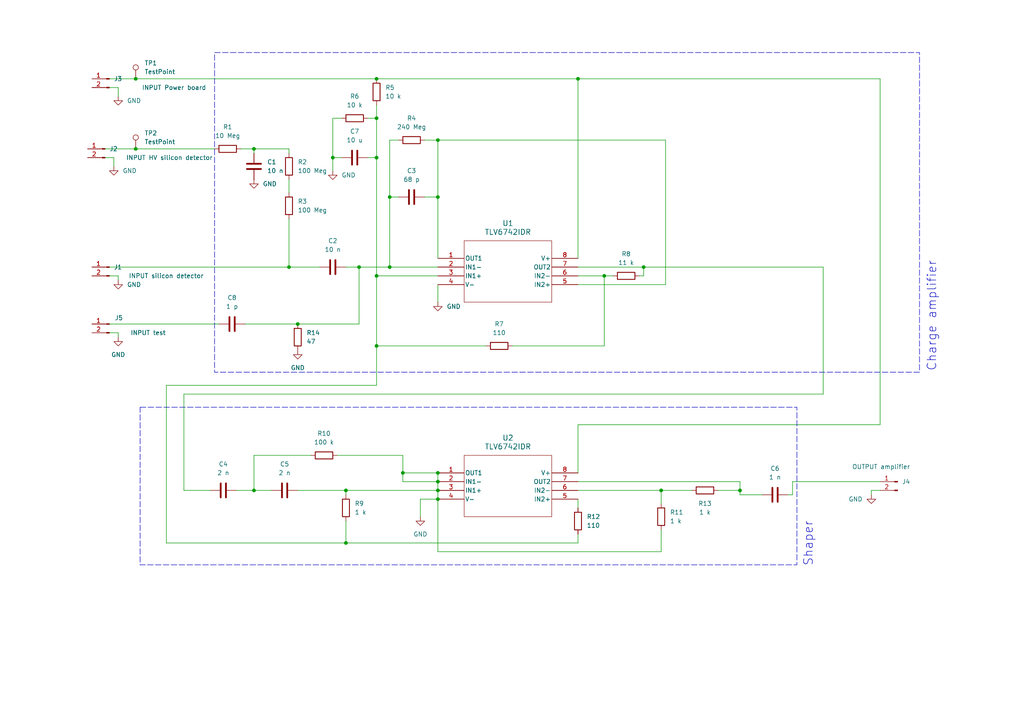
<source format=kicad_sch>
(kicad_sch (version 20231120) (generator "eeschema") (generator_version "8.0")
  (paper "A4")
  (title_block (title "ELS_FEE_silicon"))
  (lib_symbols
    (symbol "Connector:Conn_01x02_Pin" (pin_names (offset 1.016) hide)
      (property "Reference" "J" (at 0 2.54 0))
      (property "Value" "Conn_01x02_Pin" (at 0 -5.08 0))
      (symbol "Conn_01x02_Pin_1_1"
        (polyline (pts (xy 1.27 -2.54) (xy 0.8636 -2.54)) (stroke (width 0.1524)))
        (polyline (pts (xy 1.27 0) (xy 0.8636 0)) (stroke (width 0.1524)))
        (rectangle (start 0.8636 -2.413) (end 0 -2.667) (stroke (width 0.1524)) (fill (type outline)))
        (rectangle (start 0.8636 0.127) (end 0 -0.127) (stroke (width 0.1524)) (fill (type outline)))
        (pin passive line (at 5.08 0 180) (length 3.81) (name "Pin_1") (number "1"))
        (pin passive line (at 5.08 -2.54 180) (length 3.81) (name "Pin_2") (number "2"))
      )
    )
    (symbol "Connector:TestPoint" (pin_numbers hide) (pin_names (offset 0.762) hide)
      (property "Reference" "TP" (at 0 6.858 0))
      (property "Value" "TestPoint" (at 0 5.08 0))
      (symbol "TestPoint_0_1"
        (circle (center 0 3.302) (radius 0.762))
      )
      (symbol "TestPoint_1_1"
        (pin passive line (at 0 0 90) (length 2.54) (name "1") (number "1"))
      )
    )
    (symbol "Device:C" (pin_numbers hide) (pin_names (offset 0.254))
      (property "Reference" "C" (at 0.635 2.54 0))
      (property "Value" "C" (at 0.635 -2.54 0))
      (symbol "C_0_1"
        (polyline (pts (xy -2.032 -0.762) (xy 2.032 -0.762)) (stroke (width 0.508)))
        (polyline (pts (xy -2.032 0.762) (xy 2.032 0.762)) (stroke (width 0.508)))
      )
      (symbol "C_1_1"
        (pin passive line (at 0 3.81 270) (length 2.794) (name "~") (number "1"))
        (pin passive line (at 0 -3.81 90) (length 2.794) (name "~") (number "2"))
      )
    )
    (symbol "Device:R" (pin_numbers hide) (pin_names (offset 0))
      (property "Reference" "R" (at 2.032 0 90))
      (property "Value" "R" (at 0 0 90))
      (symbol "R_0_1"
        (rectangle (start -1.016 -2.54) (end 1.016 2.54) (stroke (width 0.254)))
      )
      (symbol "R_1_1"
        (pin passive line (at 0 3.81 270) (length 1.27) (name "~") (number "1"))
        (pin passive line (at 0 -3.81 90) (length 1.27) (name "~") (number "2"))
      )
    )
    (symbol "TLV6742IDR:TLV6742IDR" (pin_names (offset 0.254))
      (property "Reference" "U" (at 20.32 10.16 0))
      (property "Value" "TLV6742IDR" (at 20.32 7.62 0))
      (symbol "TLV6742IDR_0_1"
        (polyline (pts (xy 7.62 -12.7) (xy 33.02 -12.7)) (stroke (width 0.127)))
        (polyline (pts (xy 7.62 5.08) (xy 7.62 -12.7)) (stroke (width 0.127)))
        (polyline (pts (xy 33.02 -12.7) (xy 33.02 5.08)) (stroke (width 0.127)))
        (polyline (pts (xy 33.02 5.08) (xy 7.62 5.08)) (stroke (width 0.127)))
        (pin output line (at 0 0 0) (length 7.62) (name "OUT1") (number "1"))
        (pin input line (at 0 -2.54 0) (length 7.62) (name "IN1-") (number "2"))
        (pin input line (at 0 -5.08 0) (length 7.62) (name "IN1+") (number "3"))
        (pin power_in line (at 0 -7.62 0) (length 7.62) (name "V-") (number "4"))
        (pin input line (at 40.64 -7.62 180) (length 7.62) (name "IN2+") (number "5"))
        (pin input line (at 40.64 -5.08 180) (length 7.62) (name "IN2-") (number "6"))
        (pin output line (at 40.64 -2.54 180) (length 7.62) (name "OUT2") (number "7"))
        (pin power_in line (at 40.64 0 180) (length 7.62) (name "V+") (number "8"))
      )
    )
    (symbol "power:GND" (power) (pin_numbers hide) (pin_names (offset 0) hide)
      (property "Value" "GND" (at 0 -3.81 0))
      (symbol "GND_0_1"
        (polyline (pts (xy 0 0) (xy 0 -1.27) (xy 1.27 -1.27) (xy 0 -2.54) (xy -1.27 -1.27) (xy 0 -1.27)))
      )
      (symbol "GND_1_1"
        (pin power_in line (at 0 0 270) (length 0) (name "~") (number "1"))
      )
    )
  )
  (junction (at 175.26 80.01))
  (junction (at 127 137.16))
  (junction (at 109.22 80.01))
  (junction (at 109.22 100.33))
  (junction (at 214.63 142.24))
  (junction (at 127 144.78))
  (junction (at 100.33 142.24))
  (junction (at 127 139.7))
  (junction (at 100.33 157.48))
  (junction (at 73.66 142.24))
  (junction (at 113.03 57.15))
  (junction (at 39.37 22.86))
  (junction (at 86.36 93.98))
  (junction (at 39.37 43.18))
  (junction (at 127 142.24))
  (junction (at 73.66 43.18))
  (junction (at 109.22 22.86))
  (junction (at 113.03 77.47))
  (junction (at 109.22 45.72))
  (junction (at 167.64 22.86))
  (junction (at 186.69 77.47))
  (junction (at 96.52 45.72))
  (junction (at 109.22 34.29))
  (junction (at 83.82 77.47))
  (junction (at 104.14 77.47))
  (junction (at 191.77 142.24))
  (junction (at 116.84 137.16))
  (junction (at 127 57.15))
  (junction (at 127 40.64))
  (wire (pts (xy 90.17 132.08) (xy 73.66 132.08)))
  (wire (pts (xy 214.63 143.51) (xy 220.98 143.51)))
  (wire (pts (xy 86.36 142.24) (xy 100.33 142.24)))
  (wire (pts (xy 127 137.16) (xy 127 139.7)))
  (wire (pts (xy 109.22 45.72) (xy 109.22 80.01)))
  (wire (pts (xy 97.79 132.08) (xy 116.84 132.08)))
  (wire (pts (xy 127 160.02) (xy 191.77 160.02)))
  (wire (pts (xy 127 144.78) (xy 127 160.02)))
  (wire (pts (xy 167.64 154.94) (xy 167.64 157.48)))
  (wire (pts (xy 109.22 80.01) (xy 127 80.01)))
  (wire (pts (xy 167.64 123.19) (xy 255.27 123.19)))
  (wire (pts (xy 48.26 111.76) (xy 109.22 111.76)))
  (wire (pts (xy 100.33 142.24) (xy 100.33 143.51)))
  (wire (pts (xy 191.77 142.24) (xy 200.66 142.24)))
  (wire (pts (xy 208.28 142.24) (xy 214.63 142.24)))
  (wire (pts (xy 100.33 77.47) (xy 104.14 77.47)))
  (wire (pts (xy 116.84 137.16) (xy 116.84 139.7)))
  (wire (pts (xy 109.22 22.86) (xy 167.64 22.86)))
  (wire (pts (xy 31.75 77.47) (xy 83.82 77.47)))
  (wire (pts (xy 127 144.78) (xy 121.92 144.78)))
  (wire (pts (xy 73.66 132.08) (xy 73.66 142.24)))
  (wire (pts (xy 167.64 22.86) (xy 167.64 74.93)))
  (wire (pts (xy 127 40.64) (xy 193.04 40.64)))
  (wire (pts (xy 104.14 77.47) (xy 113.03 77.47)))
  (wire (pts (xy 186.69 77.47) (xy 238.76 77.47)))
  (wire (pts (xy 31.75 25.4) (xy 34.29 25.4)))
  (wire (pts (xy 167.64 22.86) (xy 255.27 22.86)))
  (wire (pts (xy 100.33 142.24) (xy 127 142.24)))
  (wire (pts (xy 69.85 43.18) (xy 73.66 43.18)))
  (wire (pts (xy 109.22 34.29) (xy 109.22 45.72)))
  (wire (pts (xy 121.92 144.78) (xy 121.92 149.86)))
  (wire (pts (xy 109.22 30.48) (xy 109.22 34.29)))
  (wire (pts (xy 255.27 22.86) (xy 255.27 123.19)))
  (wire (pts (xy 30.48 43.18) (xy 39.37 43.18)))
  (wire (pts (xy 30.48 45.72) (xy 33.02 45.72)))
  (wire (pts (xy 33.02 45.72) (xy 33.02 48.26)))
  (wire (pts (xy 229.87 139.7) (xy 255.27 139.7)))
  (wire (pts (xy 191.77 142.24) (xy 191.77 146.05)))
  (wire (pts (xy 193.04 40.64) (xy 193.04 82.55)))
  (wire (pts (xy 175.26 80.01) (xy 175.26 100.33)))
  (wire (pts (xy 86.36 93.98) (xy 104.14 93.98)))
  (wire (pts (xy 186.69 80.01) (xy 186.69 77.47)))
  (wire (pts (xy 34.29 25.4) (xy 34.29 27.94)))
  (wire (pts (xy 116.84 132.08) (xy 116.84 137.16)))
  (wire (pts (xy 31.75 22.86) (xy 39.37 22.86)))
  (wire (pts (xy 127 57.15) (xy 127 74.93)))
  (wire (pts (xy 127 139.7) (xy 127 142.24)))
  (wire (pts (xy 96.52 49.53) (xy 96.52 45.72)))
  (wire (pts (xy 228.6 143.51) (xy 229.87 143.51)))
  (wire (pts (xy 83.82 77.47) (xy 83.82 63.5)))
  (wire (pts (xy 175.26 80.01) (xy 177.8 80.01)))
  (wire (pts (xy 100.33 157.48) (xy 167.64 157.48)))
  (wire (pts (xy 100.33 151.13) (xy 100.33 157.48)))
  (wire (pts (xy 109.22 80.01) (xy 109.22 100.33)))
  (wire (pts (xy 83.82 52.07) (xy 83.82 55.88)))
  (wire (pts (xy 148.59 100.33) (xy 175.26 100.33)))
  (wire (pts (xy 167.64 142.24) (xy 191.77 142.24)))
  (wire (pts (xy 167.64 139.7) (xy 214.63 139.7)))
  (wire (pts (xy 113.03 40.64) (xy 113.03 57.15)))
  (wire (pts (xy 106.68 45.72) (xy 109.22 45.72)))
  (wire (pts (xy 96.52 45.72) (xy 96.52 34.29)))
  (wire (pts (xy 214.63 139.7) (xy 214.63 142.24)))
  (wire (pts (xy 83.82 43.18) (xy 83.82 44.45)))
  (wire (pts (xy 167.64 137.16) (xy 167.64 123.19)))
  (wire (pts (xy 48.26 157.48) (xy 48.26 111.76)))
  (wire (pts (xy 214.63 143.51) (xy 214.63 142.24)))
  (wire (pts (xy 167.64 77.47) (xy 186.69 77.47)))
  (wire (pts (xy 167.64 144.78) (xy 167.64 147.32)))
  (wire (pts (xy 127 82.55) (xy 127 87.63)))
  (wire (pts (xy 127 142.24) (xy 127 144.78)))
  (wire (pts (xy 167.64 82.55) (xy 193.04 82.55)))
  (wire (pts (xy 127 139.7) (xy 116.84 139.7)))
  (wire (pts (xy 31.75 96.52) (xy 34.29 96.52)))
  (wire (pts (xy 113.03 77.47) (xy 113.03 57.15)))
  (wire (pts (xy 68.58 142.24) (xy 73.66 142.24)))
  (wire (pts (xy 109.22 100.33) (xy 109.22 111.76)))
  (wire (pts (xy 96.52 45.72) (xy 99.06 45.72)))
  (wire (pts (xy 116.84 137.16) (xy 127 137.16)))
  (wire (pts (xy 83.82 77.47) (xy 92.71 77.47)))
  (wire (pts (xy 48.26 157.48) (xy 100.33 157.48)))
  (wire (pts (xy 73.66 142.24) (xy 78.74 142.24)))
  (wire (pts (xy 53.34 142.24) (xy 60.96 142.24)))
  (wire (pts (xy 31.75 93.98) (xy 63.5 93.98)))
  (wire (pts (xy 73.66 44.45) (xy 73.66 43.18)))
  (wire (pts (xy 238.76 77.47) (xy 238.76 114.3)))
  (wire (pts (xy 34.29 96.52) (xy 34.29 97.79)))
  (wire (pts (xy 31.75 80.01) (xy 34.29 80.01)))
  (wire (pts (xy 113.03 77.47) (xy 127 77.47)))
  (wire (pts (xy 96.52 34.29) (xy 99.06 34.29)))
  (wire (pts (xy 104.14 77.47) (xy 104.14 93.98)))
  (wire (pts (xy 39.37 22.86) (xy 109.22 22.86)))
  (wire (pts (xy 113.03 40.64) (xy 115.57 40.64)))
  (wire (pts (xy 229.87 143.51) (xy 229.87 139.7)))
  (wire (pts (xy 71.12 93.98) (xy 86.36 93.98)))
  (wire (pts (xy 167.64 80.01) (xy 175.26 80.01)))
  (wire (pts (xy 73.66 43.18) (xy 83.82 43.18)))
  (wire (pts (xy 106.68 34.29) (xy 109.22 34.29)))
  (wire (pts (xy 39.37 43.18) (xy 62.23 43.18)))
  (wire (pts (xy 34.29 80.01) (xy 34.29 81.28)))
  (wire (pts (xy 53.34 114.3) (xy 53.34 142.24)))
  (wire (pts (xy 238.76 114.3) (xy 53.34 114.3)))
  (wire (pts (xy 252.73 142.24) (xy 252.73 143.51)))
  (wire (pts (xy 109.22 100.33) (xy 140.97 100.33)))
  (wire (pts (xy 255.27 142.24) (xy 252.73 142.24)))
  (wire (pts (xy 185.42 80.01) (xy 186.69 80.01)))
  (wire (pts (xy 127 40.64) (xy 127 57.15)))
  (wire (pts (xy 113.03 57.15) (xy 115.57 57.15)))
  (wire (pts (xy 127 57.15) (xy 123.19 57.15)))
  (wire (pts (xy 123.19 40.64) (xy 127 40.64)))
  (wire (pts (xy 191.77 153.67) (xy 191.77 160.02)))
  (rectangle (start 62.23 15.24) (end 266.7 107.95) (stroke (width 0) (type dash)))
  (rectangle (start 40.64 118.11) (end 231.14 163.83) (stroke (width 0) (type dash)))
  (text "Charge amplifier\n" (at 270.256 91.694 90) (effects (font (size 2.54 2.54))))
  (text "Shaper" (at 234.442 157.734 90) (effects (font (size 2.54 2.54))))
  (symbol (lib_id "Device:R") (at 204.47 142.24 270) (unit 1)
    (property "Reference" "R13" (at 204.47 146.05 90))
    (property "Value" "1 k" (at 204.47 148.59 90))
    (property "Description" "Resistor" (effects (hide yes)))
  )
  (symbol (lib_id "Device:R") (at 167.64 151.13 0) (unit 1)
    (property "Reference" "R12" (at 170.18 149.8599 0) (effects (justify left)))
    (property "Value" "110" (at 170.18 152.3999 0) (effects (justify left)))
    (property "Description" "Resistor" (effects (hide yes)))
  )
  (symbol (lib_id "power:GND") (at 96.52 49.53 0) (unit 1)
    (property "Reference" "#PWR06" (effects (hide yes)))
    (property "Value" "GND" (at 99.06 50.7999 0) (effects (justify left)))
    (property "Description" "Power symbol creates a global label with name \"GND\" , ground" (effects (hide yes)))
  )
  (symbol (lib_id "Connector:Conn_01x02_Pin") (at 31.75 22.86 0) (mirror y) (unit 1)
    (property "Reference" "J3" (at 33.02 22.8599 0) (effects (justify right)))
    (property "Value" "INPUT Power board" (at 41.148 25.4 0) (effects (justify right)))
    (property "Description" "Generic connector, single row, 01x02, script generated" (effects (hide yes)))
  )
  (symbol (lib_id "power:GND") (at 33.02 48.26 0) (unit 1)
    (property "Reference" "#PWR02" (effects (hide yes)))
    (property "Value" "GND" (at 35.56 49.5299 0) (effects (justify left)))
    (property "Description" "Power symbol creates a global label with name \"GND\" , ground" (effects (hide yes)))
  )
  (symbol (lib_id "Device:R") (at 102.87 34.29 90) (unit 1)
    (property "Reference" "R6" (at 102.87 27.94 90))
    (property "Value" "10 k" (at 102.87 30.48 90))
    (property "Description" "Resistor" (effects (hide yes)))
  )
  (symbol (lib_id "Device:C") (at 67.31 93.98 90) (unit 1)
    (property "Reference" "C8" (at 67.31 86.36 90))
    (property "Value" "1 p" (at 67.31 88.9 90))
    (property "Description" "Unpolarized capacitor" (effects (hide yes)))
  )
  (symbol (lib_id "Device:C") (at 102.87 45.72 90) (unit 1)
    (property "Reference" "C7" (at 102.87 38.1 90))
    (property "Value" "10 u" (at 102.87 40.64 90))
    (property "Description" "Unpolarized capacitor" (effects (hide yes)))
  )
  (symbol (lib_id "power:GND") (at 127 87.63 0) (unit 1)
    (property "Reference" "#PWR05" (effects (hide yes)))
    (property "Value" "GND" (at 129.54 88.8999 0) (effects (justify left)))
    (property "Description" "Power symbol creates a global label with name \"GND\" , ground" (effects (hide yes)))
  )
  (symbol (lib_id "Device:R") (at 144.78 100.33 90) (unit 1)
    (property "Reference" "R7" (at 144.78 93.98 90))
    (property "Value" "110" (at 144.78 96.52 90))
    (property "Description" "Resistor" (effects (hide yes)))
  )
  (symbol (lib_id "Connector:Conn_01x02_Pin") (at 31.75 77.47 0) (mirror y) (unit 1)
    (property "Reference" "J1" (at 33.02 77.4699 0) (effects (justify right)))
    (property "Value" "INPUT silicon detector" (at 37.338 80.01 0) (effects (justify right)))
    (property "Description" "Generic connector, single row, 01x02, script generated" (effects (hide yes)))
  )
  (symbol (lib_id "Device:R") (at 119.38 40.64 90) (unit 1)
    (property "Reference" "R4" (at 119.38 34.29 90))
    (property "Value" "240 Meg" (at 119.38 36.83 90))
    (property "Description" "Resistor" (effects (hide yes)))
  )
  (symbol (lib_id "Device:R") (at 109.22 26.67 0) (unit 1)
    (property "Reference" "R5" (at 111.76 25.3999 0) (effects (justify left)))
    (property "Value" "10 k" (at 111.76 27.9399 0) (effects (justify left)))
    (property "Description" "Resistor" (effects (hide yes)))
  )
  (symbol (lib_id "Device:R") (at 66.04 43.18 90) (unit 1)
    (property "Reference" "R1" (at 66.04 36.83 90))
    (property "Value" "10 Meg" (at 66.04 39.37 90))
    (property "Description" "Resistor" (effects (hide yes)))
  )
  (symbol (lib_id "power:GND") (at 34.29 81.28 0) (unit 1)
    (property "Reference" "#PWR03" (effects (hide yes)))
    (property "Value" "GND" (at 36.83 82.5499 0) (effects (justify left)))
    (property "Description" "Power symbol creates a global label with name \"GND\" , ground" (effects (hide yes)))
  )
  (symbol (lib_id "Device:R") (at 86.36 97.79 0) (unit 1)
    (property "Reference" "R14" (at 88.9 96.5199 0) (effects (justify left)))
    (property "Value" "47" (at 88.9 99.0599 0) (effects (justify left)))
    (property "Description" "Resistor" (effects (hide yes)))
  )
  (symbol (lib_id "Connector:TestPoint") (at 39.37 22.86 0) (unit 1)
    (property "Reference" "TP1" (at 41.91 18.2879 0) (effects (justify left)))
    (property "Value" "TestPoint" (at 41.91 20.8279 0) (effects (justify left)))
    (property "Description" "test point" (effects (hide yes)))
  )
  (symbol (lib_id "Connector:Conn_01x02_Pin") (at 30.48 43.18 0) (mirror y) (unit 1)
    (property "Reference" "J2" (at 31.75 43.1799 0) (effects (justify right)))
    (property "Value" "INPUT HV silicon detector" (at 36.576 45.72 0) (effects (justify right)))
    (property "Description" "Generic connector, single row, 01x02, script generated" (effects (hide yes)))
  )
  (symbol (lib_id "power:GND") (at 34.29 27.94 0) (unit 1)
    (property "Reference" "#PWR01" (effects (hide yes)))
    (property "Value" "GND" (at 36.83 29.2099 0) (effects (justify left)))
    (property "Description" "Power symbol creates a global label with name \"GND\" , ground" (effects (hide yes)))
  )
  (symbol (lib_id "TLV6742IDR:TLV6742IDR") (at 127 74.93 0) (unit 1)
    (property "Reference" "U1" (at 147.32 64.77 0) (effects (font (size 1.524 1.524))))
    (property "Value" "TLV6742IDR" (at 147.32 67.31 0) (effects (font (size 1.524 1.524))))
    (property "Footprint" "SOIC8_D_TEX" (effects (hide yes)))
    (property "Datasheet" "TLV6742IDR" (effects (hide yes)))
  )
  (symbol (lib_id "power:GND") (at 73.66 52.07 0) (unit 1)
    (property "Reference" "#PWR04" (effects (hide yes)))
    (property "Value" "GND" (at 76.2 53.3399 0) (effects (justify left)))
    (property "Description" "Power symbol creates a global label with name \"GND\" , ground" (effects (hide yes)))
  )
  (symbol (lib_id "Device:C") (at 96.52 77.47 90) (unit 1)
    (property "Reference" "C2" (at 96.52 69.85 90))
    (property "Value" "10 n" (at 96.52 72.39 90))
    (property "Description" "Unpolarized capacitor" (effects (hide yes)))
  )
  (symbol (lib_id "TLV6742IDR:TLV6742IDR") (at 127 137.16 0) (unit 1)
    (property "Reference" "U2" (at 147.32 127 0) (effects (font (size 1.524 1.524))))
    (property "Value" "TLV6742IDR" (at 147.32 129.54 0) (effects (font (size 1.524 1.524))))
    (property "Footprint" "SOIC8_D_TEX" (effects (hide yes)))
    (property "Datasheet" "TLV6742IDR" (effects (hide yes)))
  )
  (symbol (lib_id "power:GND") (at 252.73 143.51 0) (mirror y) (unit 1)
    (property "Reference" "#PWR08" (effects (hide yes)))
    (property "Value" "GND" (at 250.19 144.7799 0) (effects (justify left)))
    (property "Description" "Power symbol creates a global label with name \"GND\" , ground" (effects (hide yes)))
  )
  (symbol (lib_id "Device:C") (at 64.77 142.24 90) (unit 1)
    (property "Reference" "C4" (at 64.77 134.62 90))
    (property "Value" "2 n" (at 64.77 137.16 90))
    (property "Description" "Unpolarized capacitor" (effects (hide yes)))
  )
  (symbol (lib_id "Device:R") (at 191.77 149.86 180) (unit 1)
    (property "Reference" "R11" (at 194.31 148.5899 0) (effects (justify right)))
    (property "Value" "1 k" (at 194.31 151.1299 0) (effects (justify right)))
    (property "Description" "Resistor" (effects (hide yes)))
  )
  (symbol (lib_id "Connector:Conn_01x02_Pin") (at 31.75 93.98 0) (mirror y) (unit 1)
    (property "Reference" "J5" (at 33.274 92.202 0) (effects (justify right)))
    (property "Value" "INPUT test" (at 37.846 96.52 0) (effects (justify right)))
    (property "Description" "Generic connector, single row, 01x02, script generated" (effects (hide yes)))
  )
  (symbol (lib_id "Device:R") (at 83.82 48.26 0) (unit 1)
    (property "Reference" "R2" (at 86.36 46.9899 0) (effects (justify left)))
    (property "Value" "100 Meg" (at 86.36 49.5299 0) (effects (justify left)))
    (property "Description" "Resistor" (effects (hide yes)))
  )
  (symbol (lib_id "Device:R") (at 83.82 59.69 0) (unit 1)
    (property "Reference" "R3" (at 86.36 58.4199 0) (effects (justify left)))
    (property "Value" "100 Meg" (at 86.36 60.9599 0) (effects (justify left)))
    (property "Description" "Resistor" (effects (hide yes)))
  )
  (symbol (lib_id "Device:R") (at 93.98 132.08 90) (unit 1)
    (property "Reference" "R10" (at 93.98 125.73 90))
    (property "Value" "100 k" (at 93.98 128.27 90))
    (property "Description" "Resistor" (effects (hide yes)))
  )
  (symbol (lib_id "Device:R") (at 181.61 80.01 90) (unit 1)
    (property "Reference" "R8" (at 181.61 73.66 90))
    (property "Value" "11 k" (at 181.61 76.2 90))
    (property "Description" "Resistor" (effects (hide yes)))
  )
  (symbol (lib_id "Device:R") (at 100.33 147.32 0) (unit 1)
    (property "Reference" "R9" (at 102.87 146.0499 0) (effects (justify left)))
    (property "Value" "1 k" (at 102.87 148.5899 0) (effects (justify left)))
    (property "Description" "Resistor" (effects (hide yes)))
  )
  (symbol (lib_id "power:GND") (at 121.92 149.86 0) (unit 1)
    (property "Reference" "#PWR07" (effects (hide yes)))
    (property "Value" "GND" (at 121.92 154.94 0))
    (property "Description" "Power symbol creates a global label with name \"GND\" , ground" (effects (hide yes)))
  )
  (symbol (lib_id "Device:C") (at 224.79 143.51 90) (unit 1)
    (property "Reference" "C6" (at 224.79 135.89 90))
    (property "Value" "1 n" (at 224.79 138.43 90))
    (property "Description" "Unpolarized capacitor" (effects (hide yes)))
  )
  (symbol (lib_id "Device:C") (at 73.66 48.26 0) (unit 1)
    (property "Reference" "C1" (at 77.47 46.9899 0) (effects (justify left)))
    (property "Value" "10 n" (at 77.47 49.5299 0) (effects (justify left)))
    (property "Description" "Unpolarized capacitor" (effects (hide yes)))
  )
  (symbol (lib_id "Device:C") (at 119.38 57.15 90) (unit 1)
    (property "Reference" "C3" (at 119.38 49.53 90))
    (property "Value" "68 p" (at 119.38 52.07 90))
    (property "Description" "Unpolarized capacitor" (effects (hide yes)))
  )
  (symbol (lib_id "Device:C") (at 82.55 142.24 90) (unit 1)
    (property "Reference" "C5" (at 82.55 134.62 90))
    (property "Value" "2 n" (at 82.55 137.16 90))
    (property "Description" "Unpolarized capacitor" (effects (hide yes)))
  )
  (symbol (lib_id "Connector:Conn_01x02_Pin") (at 260.35 139.7 0) (mirror y) (unit 1)
    (property "Reference" "J4" (at 261.62 139.6999 0) (effects (justify right)))
    (property "Value" "OUTPUT amplifier" (at 247.142 135.382 0) (effects (justify right)))
    (property "Description" "Generic connector, single row, 01x02, script generated" (effects (hide yes)))
  )
  (symbol (lib_id "Connector:TestPoint") (at 39.37 43.18 0) (unit 1)
    (property "Reference" "TP2" (at 41.91 38.6079 0) (effects (justify left)))
    (property "Value" "TestPoint" (at 41.91 41.1479 0) (effects (justify left)))
    (property "Description" "test point" (effects (hide yes)))
  )
  (symbol (lib_id "power:GND") (at 34.29 97.79 0) (unit 1)
    (property "Reference" "#PWR09" (effects (hide yes)))
    (property "Value" "GND" (at 34.29 102.87 0))
    (property "Description" "Power symbol creates a global label with name \"GND\" , ground" (effects (hide yes)))
  )
  (symbol (lib_id "power:GND") (at 86.36 101.6 0) (unit 1)
    (property "Reference" "#PWR010" (effects (hide yes)))
    (property "Value" "GND" (at 86.36 106.68 0))
    (property "Description" "Power symbol creates a global label with name \"GND\" , ground" (effects (hide yes)))
  )
)
</source>
